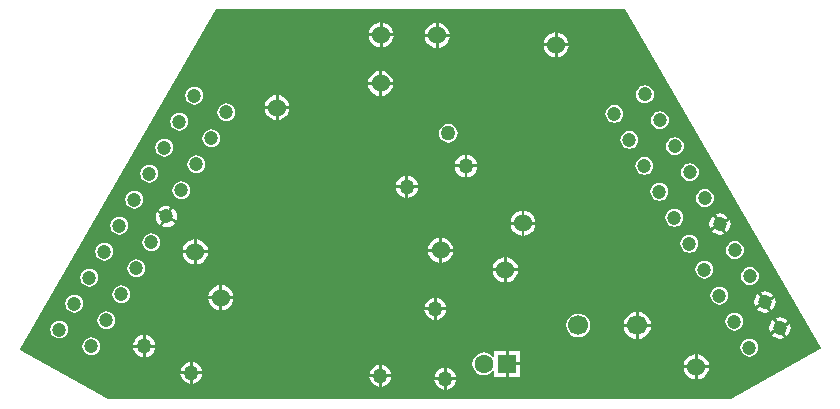
<source format=gbl>
%FSLAX44Y44*%
%MOMM*%
G71*
G01*
G75*
G04 Layer_Physical_Order=2*
G04 Layer_Color=16711680*
%ADD10R,0.7000X0.9000*%
%ADD11R,0.8000X1.4000*%
%ADD12O,1.4000X0.3500*%
%ADD13R,0.8000X0.9000*%
%ADD14O,1.4500X0.6000*%
%ADD15C,0.5000*%
%ADD16C,0.2540*%
%ADD17C,0.2500*%
%ADD18C,0.4000*%
%ADD19C,1.5240*%
%ADD20C,1.6000*%
%ADD21R,1.6000X1.6000*%
%ADD22C,1.7000*%
%ADD23C,1.2000*%
%ADD24C,1.2700*%
G36*
X712700Y68557D02*
X712362Y67333D01*
X636507Y25000D01*
X109800D01*
X35231Y66616D01*
X34894Y67840D01*
X200728Y355300D01*
X547133D01*
X712700Y68557D01*
D02*
G37*
%LPC*%
G36*
X215547Y109750D02*
X206250D01*
Y100453D01*
X207772Y100653D01*
X210356Y101723D01*
X212574Y103426D01*
X214277Y105644D01*
X215347Y108228D01*
X215547Y109750D01*
D02*
G37*
G36*
X385338Y110866D02*
X384147Y110709D01*
X381873Y109767D01*
X379920Y108268D01*
X378421Y106315D01*
X377479Y104041D01*
X377322Y102850D01*
X385338D01*
Y110866D01*
D02*
G37*
G36*
X673885Y110665D02*
X667249Y106833D01*
X671080Y100197D01*
X671960Y100872D01*
X673403Y102752D01*
X674310Y104941D01*
X674619Y107290D01*
X674310Y109640D01*
X673885Y110665D01*
D02*
G37*
G36*
X203750Y109750D02*
X194453D01*
X194653Y108228D01*
X195723Y105644D01*
X197426Y103426D01*
X199644Y101723D01*
X202228Y100653D01*
X203750Y100453D01*
Y109750D01*
D02*
G37*
G36*
X627004Y120203D02*
X625047Y119945D01*
X623222Y119190D01*
X621655Y117987D01*
X620453Y116421D01*
X619697Y114596D01*
X619440Y112639D01*
X619697Y110681D01*
X620453Y108856D01*
X621655Y107289D01*
X623222Y106087D01*
X625047Y105331D01*
X627004Y105074D01*
X628962Y105331D01*
X630787Y106087D01*
X632353Y107289D01*
X633556Y108856D01*
X634311Y110681D01*
X634569Y112638D01*
X634311Y114596D01*
X633556Y116421D01*
X632353Y117987D01*
X630787Y119190D01*
X628962Y119945D01*
X627004Y120203D01*
D02*
G37*
G36*
X120756Y121416D02*
X118798Y121158D01*
X116973Y120402D01*
X115407Y119200D01*
X114204Y117633D01*
X113449Y115809D01*
X113191Y113851D01*
X113449Y111893D01*
X114204Y110069D01*
X115407Y108502D01*
X116973Y107300D01*
X118798Y106544D01*
X120756Y106286D01*
X122713Y106544D01*
X124538Y107300D01*
X126105Y108502D01*
X127307Y110069D01*
X128063Y111893D01*
X128320Y113851D01*
X128063Y115809D01*
X127307Y117633D01*
X126105Y119200D01*
X124538Y120402D01*
X122713Y121158D01*
X120756Y121416D01*
D02*
G37*
G36*
X387838Y110866D02*
Y102850D01*
X395854D01*
X395697Y104041D01*
X394755Y106315D01*
X393256Y108268D01*
X391303Y109767D01*
X389029Y110709D01*
X387838Y110866D01*
D02*
G37*
G36*
X660002Y114384D02*
X659122Y113709D01*
X657680Y111829D01*
X656773Y109640D01*
X656464Y107290D01*
X656773Y104941D01*
X657197Y103917D01*
X663834Y107748D01*
X660002Y114384D01*
D02*
G37*
G36*
X556250Y98935D02*
X554498Y98704D01*
X551700Y97545D01*
X549298Y95702D01*
X547455Y93300D01*
X546296Y90502D01*
X546065Y88750D01*
X556250D01*
Y98935D01*
D02*
G37*
G36*
X558750D02*
Y88750D01*
X568935D01*
X568704Y90502D01*
X567545Y93300D01*
X565702Y95702D01*
X563300Y97545D01*
X560502Y98704D01*
X558750Y98935D01*
D02*
G37*
G36*
X108056Y99418D02*
X106098Y99161D01*
X104273Y98405D01*
X102707Y97203D01*
X101504Y95636D01*
X100749Y93812D01*
X100491Y91854D01*
X100749Y89896D01*
X101504Y88071D01*
X102707Y86505D01*
X104273Y85303D01*
X106098Y84547D01*
X108056Y84289D01*
X110014Y84547D01*
X111838Y85303D01*
X113405Y86505D01*
X114607Y88071D01*
X115363Y89896D01*
X115620Y91854D01*
X115363Y93812D01*
X114607Y95636D01*
X113405Y97203D01*
X111838Y98405D01*
X110014Y99161D01*
X108056Y99418D01*
D02*
G37*
G36*
X678241Y94371D02*
X675892Y94062D01*
X674867Y93637D01*
X678699Y87001D01*
X685335Y90833D01*
X684660Y91712D01*
X682780Y93155D01*
X680591Y94062D01*
X678241Y94371D01*
D02*
G37*
G36*
X665084Y105583D02*
X658447Y101751D01*
X659122Y100872D01*
X661003Y99429D01*
X663192Y98522D01*
X665541Y98213D01*
X667891Y98522D01*
X668915Y98947D01*
X665084Y105583D01*
D02*
G37*
G36*
X80769Y113556D02*
X78811Y113298D01*
X76986Y112543D01*
X75420Y111340D01*
X74218Y109774D01*
X73462Y107949D01*
X73204Y105991D01*
X73462Y104033D01*
X74217Y102209D01*
X75420Y100642D01*
X76986Y99440D01*
X78811Y98685D01*
X80769Y98427D01*
X82727Y98685D01*
X84551Y99440D01*
X86118Y100642D01*
X87320Y102209D01*
X88076Y104033D01*
X88333Y105991D01*
X88076Y107949D01*
X87320Y109774D01*
X86118Y111341D01*
X84551Y112543D01*
X82727Y113298D01*
X80769Y113556D01*
D02*
G37*
G36*
X385338Y100350D02*
X377322D01*
X377479Y99159D01*
X378421Y96885D01*
X379920Y94931D01*
X381873Y93433D01*
X384147Y92491D01*
X385338Y92334D01*
Y100350D01*
D02*
G37*
G36*
X395854D02*
X387838D01*
Y92334D01*
X389029Y92491D01*
X391303Y93433D01*
X393256Y94931D01*
X394755Y96885D01*
X395697Y99159D01*
X395854Y100350D01*
D02*
G37*
G36*
X665541Y116368D02*
X663192Y116059D01*
X662167Y115634D01*
X665999Y108998D01*
X672635Y112830D01*
X671960Y113709D01*
X670080Y115152D01*
X667891Y116059D01*
X665541Y116368D01*
D02*
G37*
G36*
X182138Y148610D02*
X172841D01*
X173041Y147088D01*
X174111Y144504D01*
X175814Y142286D01*
X178032Y140583D01*
X180616Y139513D01*
X182138Y139313D01*
Y148610D01*
D02*
G37*
G36*
X193935D02*
X184638D01*
Y139313D01*
X186160Y139513D01*
X188744Y140583D01*
X190962Y142286D01*
X192665Y144504D01*
X193735Y147088D01*
X193935Y148610D01*
D02*
G37*
G36*
X444520Y145167D02*
X442998Y144967D01*
X440414Y143897D01*
X438196Y142194D01*
X436493Y139976D01*
X435423Y137392D01*
X435223Y135870D01*
X444520D01*
Y145167D01*
D02*
G37*
G36*
X447020D02*
Y135870D01*
X456317D01*
X456117Y137392D01*
X455047Y139976D01*
X453344Y142194D01*
X451126Y143897D01*
X448542Y144967D01*
X447020Y145167D01*
D02*
G37*
G36*
X106169Y157550D02*
X104211Y157292D01*
X102386Y156537D01*
X100820Y155335D01*
X99618Y153768D01*
X98862Y151943D01*
X98604Y149986D01*
X98862Y148028D01*
X99617Y146203D01*
X100820Y144636D01*
X102386Y143434D01*
X104211Y142678D01*
X106169Y142421D01*
X108127Y142678D01*
X109951Y143434D01*
X111518Y144636D01*
X112720Y146203D01*
X113476Y148028D01*
X113733Y149986D01*
X113476Y151943D01*
X112720Y153768D01*
X111518Y155335D01*
X109951Y156537D01*
X108127Y157292D01*
X106169Y157550D01*
D02*
G37*
G36*
X640141Y158849D02*
X638184Y158591D01*
X636359Y157836D01*
X634792Y156634D01*
X633590Y155067D01*
X632834Y153243D01*
X632577Y151285D01*
X632834Y149327D01*
X633590Y147502D01*
X634792Y145935D01*
X636359Y144733D01*
X638184Y143978D01*
X640141Y143720D01*
X642099Y143978D01*
X643924Y144733D01*
X645490Y145935D01*
X646693Y147502D01*
X647448Y149327D01*
X647706Y151285D01*
X647448Y153243D01*
X646693Y155067D01*
X645490Y156634D01*
X643924Y157836D01*
X642099Y158591D01*
X640141Y158849D01*
D02*
G37*
G36*
X389656Y149880D02*
X380359D01*
X380559Y148358D01*
X381629Y145774D01*
X383332Y143556D01*
X385550Y141853D01*
X388134Y140783D01*
X389656Y140583D01*
Y149880D01*
D02*
G37*
G36*
X401453D02*
X392156D01*
Y140583D01*
X393678Y140783D01*
X396262Y141853D01*
X398480Y143556D01*
X400183Y145774D01*
X401253Y148358D01*
X401453Y149880D01*
D02*
G37*
G36*
X93469Y135553D02*
X91511Y135295D01*
X89686Y134540D01*
X88120Y133337D01*
X86917Y131771D01*
X86162Y129946D01*
X85904Y127988D01*
X86162Y126031D01*
X86917Y124206D01*
X88120Y122639D01*
X89686Y121437D01*
X91511Y120681D01*
X93469Y120424D01*
X95427Y120681D01*
X97251Y121437D01*
X98818Y122639D01*
X100020Y124206D01*
X100776Y126031D01*
X101033Y127988D01*
X100776Y129946D01*
X100020Y131771D01*
X98818Y133337D01*
X97251Y134540D01*
X95427Y135295D01*
X93469Y135553D01*
D02*
G37*
G36*
X652841Y136852D02*
X650883Y136594D01*
X649059Y135839D01*
X647492Y134637D01*
X646290Y133070D01*
X645534Y131245D01*
X645277Y129288D01*
X645534Y127330D01*
X646290Y125505D01*
X647492Y123939D01*
X649059Y122736D01*
X650883Y121981D01*
X652841Y121723D01*
X654799Y121981D01*
X656624Y122736D01*
X658190Y123939D01*
X659393Y125505D01*
X660148Y127330D01*
X660406Y129288D01*
X660148Y131245D01*
X659393Y133070D01*
X658190Y134637D01*
X656624Y135839D01*
X654799Y136594D01*
X652841Y136852D01*
D02*
G37*
G36*
X203750Y121547D02*
X202228Y121347D01*
X199644Y120277D01*
X197426Y118574D01*
X195723Y116356D01*
X194653Y113772D01*
X194453Y112250D01*
X203750D01*
Y121547D01*
D02*
G37*
G36*
X206250D02*
Y112250D01*
X215547D01*
X215347Y113772D01*
X214277Y116356D01*
X212574Y118574D01*
X210356Y120277D01*
X207772Y121347D01*
X206250Y121547D01*
D02*
G37*
G36*
X614304Y142200D02*
X612346Y141942D01*
X610522Y141187D01*
X608955Y139985D01*
X607753Y138418D01*
X606997Y136593D01*
X606740Y134635D01*
X606997Y132678D01*
X607753Y130853D01*
X608955Y129286D01*
X610522Y128084D01*
X612346Y127329D01*
X614304Y127071D01*
X616262Y127329D01*
X618087Y128084D01*
X619653Y129286D01*
X620856Y130853D01*
X621611Y132678D01*
X621869Y134635D01*
X621611Y136593D01*
X620856Y138418D01*
X619653Y139985D01*
X618087Y141187D01*
X616262Y141942D01*
X614304Y142200D01*
D02*
G37*
G36*
X133456Y143413D02*
X131498Y143155D01*
X129673Y142399D01*
X128107Y141197D01*
X126904Y139630D01*
X126149Y137806D01*
X125891Y135848D01*
X126149Y133890D01*
X126904Y132066D01*
X128107Y130499D01*
X129673Y129297D01*
X131498Y128541D01*
X133456Y128283D01*
X135414Y128541D01*
X137238Y129297D01*
X138805Y130499D01*
X140007Y132066D01*
X140763Y133890D01*
X141020Y135848D01*
X140763Y137806D01*
X140007Y139630D01*
X138805Y141197D01*
X137238Y142399D01*
X135414Y143155D01*
X133456Y143413D01*
D02*
G37*
G36*
X444520Y133370D02*
X435223D01*
X435423Y131848D01*
X436493Y129264D01*
X438196Y127046D01*
X440414Y125343D01*
X442998Y124273D01*
X444520Y124073D01*
Y133370D01*
D02*
G37*
G36*
X456317D02*
X447020D01*
Y124073D01*
X448542Y124273D01*
X451126Y125343D01*
X453344Y127046D01*
X455047Y129264D01*
X456117Y131848D01*
X456317Y133370D01*
D02*
G37*
G36*
X458500Y53750D02*
X448750D01*
Y44000D01*
X458500D01*
Y53750D01*
D02*
G37*
G36*
X338750Y54266D02*
X337559Y54109D01*
X335285Y53167D01*
X333331Y51669D01*
X331833Y49715D01*
X330891Y47441D01*
X330734Y46250D01*
X338750D01*
Y54266D01*
D02*
G37*
G36*
X393750Y51766D02*
X392559Y51609D01*
X390285Y50667D01*
X388331Y49169D01*
X386833Y47215D01*
X385891Y44941D01*
X385734Y43750D01*
X393750D01*
Y51766D01*
D02*
G37*
G36*
X396250D02*
Y43750D01*
X404266D01*
X404109Y44941D01*
X403167Y47215D01*
X401669Y49169D01*
X399715Y50667D01*
X397441Y51609D01*
X396250Y51766D01*
D02*
G37*
G36*
X181250Y56766D02*
Y48750D01*
X189266D01*
X189109Y49941D01*
X188167Y52215D01*
X186668Y54169D01*
X184715Y55667D01*
X182441Y56609D01*
X181250Y56766D01*
D02*
G37*
G36*
X606250Y63047D02*
X604728Y62847D01*
X602144Y61777D01*
X599926Y60074D01*
X598223Y57856D01*
X597153Y55272D01*
X596953Y53750D01*
X606250D01*
Y63047D01*
D02*
G37*
G36*
X341250Y54266D02*
Y46250D01*
X349266D01*
X349109Y47441D01*
X348167Y49715D01*
X346669Y51669D01*
X344715Y53167D01*
X342441Y54109D01*
X341250Y54266D01*
D02*
G37*
G36*
X178750Y56766D02*
X177559Y56609D01*
X175285Y55667D01*
X173332Y54169D01*
X171833Y52215D01*
X170891Y49941D01*
X170734Y48750D01*
X178750D01*
Y56766D01*
D02*
G37*
G36*
X338750Y43750D02*
X330734D01*
X330891Y42559D01*
X331833Y40285D01*
X333331Y38331D01*
X335285Y36833D01*
X337559Y35891D01*
X338750Y35734D01*
Y43750D01*
D02*
G37*
G36*
X349266D02*
X341250D01*
Y35734D01*
X342441Y35891D01*
X344715Y36833D01*
X346669Y38331D01*
X348167Y40285D01*
X349109Y42559D01*
X349266Y43750D01*
D02*
G37*
G36*
X393750Y41250D02*
X385734D01*
X385891Y40059D01*
X386833Y37785D01*
X388331Y35831D01*
X390285Y34333D01*
X392559Y33391D01*
X393750Y33234D01*
Y41250D01*
D02*
G37*
G36*
X404266D02*
X396250D01*
Y33234D01*
X397441Y33391D01*
X399715Y34333D01*
X401669Y35831D01*
X403167Y37785D01*
X404109Y40059D01*
X404266Y41250D01*
D02*
G37*
G36*
X606250Y51250D02*
X596953D01*
X597153Y49728D01*
X598223Y47144D01*
X599926Y44926D01*
X602144Y43223D01*
X604728Y42153D01*
X606250Y41953D01*
Y51250D01*
D02*
G37*
G36*
X618047D02*
X608750D01*
Y41953D01*
X610272Y42153D01*
X612856Y43223D01*
X615074Y44926D01*
X616777Y47144D01*
X617847Y49728D01*
X618047Y51250D01*
D02*
G37*
G36*
X178750Y46250D02*
X170734D01*
X170891Y45059D01*
X171833Y42785D01*
X173332Y40831D01*
X175285Y39333D01*
X177559Y38391D01*
X178750Y38234D01*
Y46250D01*
D02*
G37*
G36*
X189266D02*
X181250D01*
Y38234D01*
X182441Y38391D01*
X184715Y39333D01*
X186668Y40831D01*
X188167Y42785D01*
X189109Y45059D01*
X189266Y46250D01*
D02*
G37*
G36*
X608750Y63047D02*
Y53750D01*
X618047D01*
X617847Y55272D01*
X616777Y57856D01*
X615074Y60074D01*
X612856Y61777D01*
X610272Y62847D01*
X608750Y63047D01*
D02*
G37*
G36*
X677784Y83586D02*
X671147Y79754D01*
X671823Y78875D01*
X673703Y77432D01*
X675892Y76525D01*
X678241Y76216D01*
X680591Y76525D01*
X681615Y76950D01*
X677784Y83586D01*
D02*
G37*
G36*
X68069Y91559D02*
X66111Y91301D01*
X64286Y90546D01*
X62720Y89343D01*
X61518Y87777D01*
X60762Y85952D01*
X60504Y83994D01*
X60762Y82037D01*
X61517Y80212D01*
X62720Y78645D01*
X64286Y77443D01*
X66111Y76687D01*
X68069Y76430D01*
X70027Y76687D01*
X71851Y77443D01*
X73418Y78645D01*
X74620Y80212D01*
X75376Y82036D01*
X75633Y83994D01*
X75376Y85952D01*
X74620Y87777D01*
X73418Y89343D01*
X71851Y90546D01*
X70027Y91301D01*
X68069Y91559D01*
D02*
G37*
G36*
X556250Y86250D02*
X546065D01*
X546296Y84498D01*
X547455Y81700D01*
X549298Y79298D01*
X551700Y77455D01*
X554498Y76296D01*
X556250Y76065D01*
Y86250D01*
D02*
G37*
G36*
X568935D02*
X558750D01*
Y76065D01*
X560502Y76296D01*
X563300Y77455D01*
X565702Y79298D01*
X567545Y81700D01*
X568704Y84498D01*
X568935Y86250D01*
D02*
G37*
G36*
X672702Y92387D02*
X671823Y91712D01*
X670380Y89832D01*
X669473Y87643D01*
X669164Y85294D01*
X669473Y82944D01*
X669897Y81919D01*
X676534Y85751D01*
X672702Y92387D01*
D02*
G37*
G36*
X639704Y98206D02*
X637747Y97948D01*
X635922Y97193D01*
X634355Y95990D01*
X633153Y94424D01*
X632397Y92599D01*
X632140Y90641D01*
X632397Y88684D01*
X633153Y86859D01*
X634355Y85292D01*
X635922Y84090D01*
X637747Y83335D01*
X639704Y83077D01*
X641662Y83335D01*
X643487Y84090D01*
X645053Y85292D01*
X646256Y86859D01*
X647011Y88684D01*
X647269Y90641D01*
X647011Y92599D01*
X646256Y94424D01*
X645053Y95990D01*
X643487Y97193D01*
X641662Y97948D01*
X639704Y98206D01*
D02*
G37*
G36*
X507500Y97586D02*
X504889Y97243D01*
X502457Y96235D01*
X500368Y94632D01*
X498765Y92543D01*
X497757Y90111D01*
X497414Y87500D01*
X497757Y84889D01*
X498765Y82457D01*
X500368Y80368D01*
X502457Y78765D01*
X504889Y77757D01*
X507500Y77414D01*
X510111Y77757D01*
X512543Y78765D01*
X514632Y80368D01*
X516235Y82457D01*
X517243Y84889D01*
X517586Y87500D01*
X517243Y90111D01*
X516235Y92543D01*
X514632Y94632D01*
X512543Y96235D01*
X510111Y97243D01*
X507500Y97586D01*
D02*
G37*
G36*
X686585Y88667D02*
X679949Y84836D01*
X683780Y78200D01*
X684660Y78875D01*
X686103Y80755D01*
X687010Y82944D01*
X687319Y85293D01*
X687010Y87643D01*
X686585Y88667D01*
D02*
G37*
G36*
X138750Y68750D02*
X130734D01*
X130891Y67559D01*
X131833Y65285D01*
X133331Y63331D01*
X135285Y61833D01*
X137559Y60891D01*
X138750Y60734D01*
Y68750D01*
D02*
G37*
G36*
X149266D02*
X141250D01*
Y60734D01*
X142441Y60891D01*
X144715Y61833D01*
X146669Y63331D01*
X148167Y65285D01*
X149109Y67559D01*
X149266Y68750D01*
D02*
G37*
G36*
X458500Y66000D02*
X448750D01*
Y56250D01*
X458500D01*
Y66000D01*
D02*
G37*
G36*
X446250D02*
X436500D01*
Y60963D01*
X435230Y60531D01*
X434275Y61775D01*
X432291Y63298D01*
X429980Y64255D01*
X427500Y64582D01*
X425020Y64255D01*
X422709Y63298D01*
X420724Y61775D01*
X419202Y59791D01*
X418245Y57480D01*
X417918Y55000D01*
X418245Y52520D01*
X419202Y50209D01*
X420724Y48225D01*
X422709Y46702D01*
X425020Y45745D01*
X427500Y45418D01*
X429980Y45745D01*
X432291Y46702D01*
X434275Y48225D01*
X435230Y49469D01*
X436500Y49037D01*
Y44000D01*
X446250D01*
Y55000D01*
Y66000D01*
D02*
G37*
G36*
X138750Y79266D02*
X137559Y79109D01*
X135285Y78167D01*
X133331Y76669D01*
X131833Y74715D01*
X130891Y72441D01*
X130734Y71250D01*
X138750D01*
Y79266D01*
D02*
G37*
G36*
X141250D02*
Y71250D01*
X149266D01*
X149109Y72441D01*
X148167Y74715D01*
X146669Y76669D01*
X144715Y78167D01*
X142441Y79109D01*
X141250Y79266D01*
D02*
G37*
G36*
X652404Y76209D02*
X650446Y75951D01*
X648622Y75196D01*
X647055Y73993D01*
X645853Y72427D01*
X645097Y70602D01*
X644840Y68644D01*
X645097Y66686D01*
X645853Y64862D01*
X647055Y63295D01*
X648622Y62093D01*
X650446Y61337D01*
X652404Y61080D01*
X654362Y61337D01*
X656187Y62093D01*
X657753Y63295D01*
X658956Y64862D01*
X659711Y66687D01*
X659969Y68644D01*
X659711Y70602D01*
X658956Y72427D01*
X657753Y73993D01*
X656187Y75196D01*
X654362Y75951D01*
X652404Y76209D01*
D02*
G37*
G36*
X95356Y77421D02*
X93398Y77164D01*
X91573Y76408D01*
X90007Y75206D01*
X88804Y73639D01*
X88049Y71815D01*
X87791Y69857D01*
X88049Y67899D01*
X88804Y66074D01*
X90007Y64508D01*
X91573Y63306D01*
X93398Y62550D01*
X95356Y62292D01*
X97313Y62550D01*
X99138Y63306D01*
X100705Y64508D01*
X101907Y66074D01*
X102663Y67899D01*
X102920Y69857D01*
X102663Y71815D01*
X101907Y73639D01*
X100705Y75206D01*
X99138Y76408D01*
X97313Y77164D01*
X95356Y77421D01*
D02*
G37*
G36*
X209656Y275395D02*
X207698Y275137D01*
X205873Y274381D01*
X204307Y273179D01*
X203104Y271612D01*
X202349Y269788D01*
X202091Y267830D01*
X202349Y265872D01*
X203104Y264048D01*
X204307Y262481D01*
X205873Y261279D01*
X207698Y260523D01*
X209656Y260266D01*
X211614Y260523D01*
X213438Y261279D01*
X215005Y262481D01*
X216207Y264048D01*
X216963Y265872D01*
X217220Y267830D01*
X216963Y269788D01*
X216207Y271612D01*
X215005Y273179D01*
X213438Y274381D01*
X211614Y275137D01*
X209656Y275395D01*
D02*
G37*
G36*
X251250Y270750D02*
X241953D01*
X242153Y269228D01*
X243223Y266644D01*
X244926Y264426D01*
X247144Y262723D01*
X249728Y261653D01*
X251250Y261453D01*
Y270750D01*
D02*
G37*
G36*
X576641Y268834D02*
X574683Y268577D01*
X572859Y267821D01*
X571292Y266619D01*
X570090Y265052D01*
X569334Y263228D01*
X569077Y261270D01*
X569334Y259312D01*
X570090Y257487D01*
X571292Y255921D01*
X572859Y254719D01*
X574683Y253963D01*
X576641Y253705D01*
X578599Y253963D01*
X580424Y254719D01*
X581990Y255921D01*
X583193Y257487D01*
X583948Y259312D01*
X584206Y261270D01*
X583948Y263228D01*
X583193Y265052D01*
X581990Y266619D01*
X580424Y267821D01*
X578599Y268577D01*
X576641Y268834D01*
D02*
G37*
G36*
X538104Y274182D02*
X536147Y273925D01*
X534322Y273169D01*
X532755Y271967D01*
X531553Y270400D01*
X530797Y268576D01*
X530540Y266618D01*
X530797Y264660D01*
X531553Y262835D01*
X532755Y261269D01*
X534322Y260067D01*
X536147Y259311D01*
X538104Y259053D01*
X540062Y259311D01*
X541887Y260067D01*
X543453Y261269D01*
X544656Y262835D01*
X545411Y264660D01*
X545669Y266618D01*
X545411Y268576D01*
X544656Y270400D01*
X543453Y271967D01*
X541887Y273169D01*
X540062Y273925D01*
X538104Y274182D01*
D02*
G37*
G36*
X253750Y282547D02*
Y273250D01*
X263047D01*
X262847Y274772D01*
X261777Y277356D01*
X260074Y279574D01*
X257856Y281277D01*
X255272Y282347D01*
X253750Y282547D01*
D02*
G37*
G36*
X182369Y289533D02*
X180411Y289275D01*
X178586Y288519D01*
X177020Y287317D01*
X175818Y285750D01*
X175062Y283926D01*
X174804Y281968D01*
X175062Y280010D01*
X175817Y278185D01*
X177020Y276619D01*
X178586Y275417D01*
X180411Y274661D01*
X182369Y274403D01*
X184327Y274661D01*
X186151Y275417D01*
X187718Y276619D01*
X188920Y278185D01*
X189676Y280010D01*
X189933Y281968D01*
X189676Y283926D01*
X188920Y285750D01*
X187718Y287317D01*
X186151Y288519D01*
X184327Y289275D01*
X182369Y289533D01*
D02*
G37*
G36*
X263047Y270750D02*
X253750D01*
Y261453D01*
X255272Y261653D01*
X257856Y262723D01*
X260074Y264426D01*
X261777Y266644D01*
X262847Y269228D01*
X263047Y270750D01*
D02*
G37*
G36*
X251250Y282547D02*
X249728Y282347D01*
X247144Y281277D01*
X244926Y279574D01*
X243223Y277356D01*
X242153Y274772D01*
X241953Y273250D01*
X251250D01*
Y282547D01*
D02*
G37*
G36*
X156969Y245538D02*
X155011Y245281D01*
X153186Y244525D01*
X151620Y243323D01*
X150417Y241756D01*
X149662Y239932D01*
X149404Y237974D01*
X149662Y236016D01*
X150417Y234191D01*
X151620Y232625D01*
X153186Y231422D01*
X155011Y230667D01*
X156969Y230409D01*
X158927Y230667D01*
X160751Y231422D01*
X162318Y232625D01*
X163520Y234191D01*
X164276Y236016D01*
X164533Y237974D01*
X164276Y239932D01*
X163520Y241756D01*
X162318Y243323D01*
X160751Y244525D01*
X158927Y245281D01*
X156969Y245538D01*
D02*
G37*
G36*
X589341Y246838D02*
X587383Y246580D01*
X585559Y245824D01*
X583992Y244622D01*
X582790Y243055D01*
X582034Y241231D01*
X581777Y239273D01*
X582034Y237315D01*
X582790Y235490D01*
X583992Y233924D01*
X585559Y232722D01*
X587383Y231966D01*
X589341Y231708D01*
X591299Y231966D01*
X593124Y232722D01*
X594690Y233924D01*
X595893Y235490D01*
X596648Y237315D01*
X596906Y239273D01*
X596648Y241231D01*
X595893Y243055D01*
X594690Y244622D01*
X593124Y245824D01*
X591299Y246580D01*
X589341Y246838D01*
D02*
G37*
G36*
X411250Y231766D02*
X410059Y231609D01*
X407785Y230667D01*
X405831Y229168D01*
X404333Y227215D01*
X403391Y224941D01*
X403234Y223750D01*
X411250D01*
Y231766D01*
D02*
G37*
G36*
X413750D02*
Y223750D01*
X421766D01*
X421609Y224941D01*
X420667Y227215D01*
X419169Y229168D01*
X417215Y230667D01*
X414941Y231609D01*
X413750Y231766D01*
D02*
G37*
G36*
X397500Y258168D02*
X395451Y257898D01*
X393541Y257107D01*
X391901Y255849D01*
X390643Y254209D01*
X389852Y252299D01*
X389582Y250250D01*
X389852Y248201D01*
X390643Y246291D01*
X391901Y244651D01*
X393541Y243393D01*
X395451Y242602D01*
X397500Y242332D01*
X399549Y242602D01*
X401459Y243393D01*
X403099Y244651D01*
X404357Y246291D01*
X405148Y248201D01*
X405418Y250250D01*
X405148Y252299D01*
X404357Y254209D01*
X403099Y255849D01*
X401459Y257107D01*
X399549Y257898D01*
X397500Y258168D01*
D02*
G37*
G36*
X169669Y267535D02*
X167711Y267278D01*
X165886Y266522D01*
X164320Y265320D01*
X163118Y263753D01*
X162362Y261929D01*
X162104Y259971D01*
X162362Y258013D01*
X163117Y256188D01*
X164320Y254622D01*
X165886Y253419D01*
X167711Y252664D01*
X169669Y252406D01*
X171627Y252664D01*
X173451Y253419D01*
X175018Y254622D01*
X176220Y256188D01*
X176976Y258013D01*
X177233Y259971D01*
X176976Y261929D01*
X176220Y263753D01*
X175018Y265320D01*
X173451Y266522D01*
X171627Y267278D01*
X169669Y267535D01*
D02*
G37*
G36*
X550804Y252185D02*
X548847Y251928D01*
X547022Y251172D01*
X545455Y249970D01*
X544253Y248403D01*
X543497Y246579D01*
X543240Y244621D01*
X543497Y242663D01*
X544253Y240838D01*
X545455Y239272D01*
X547022Y238069D01*
X548847Y237314D01*
X550804Y237056D01*
X552762Y237314D01*
X554587Y238069D01*
X556153Y239272D01*
X557356Y240838D01*
X558111Y242663D01*
X558369Y244621D01*
X558111Y246579D01*
X557356Y248403D01*
X556153Y249970D01*
X554587Y251172D01*
X552762Y251928D01*
X550804Y252185D01*
D02*
G37*
G36*
X196956Y253398D02*
X194998Y253140D01*
X193173Y252384D01*
X191607Y251182D01*
X190404Y249615D01*
X189649Y247791D01*
X189391Y245833D01*
X189649Y243875D01*
X190404Y242051D01*
X191607Y240484D01*
X193173Y239282D01*
X194998Y238526D01*
X196956Y238268D01*
X198913Y238526D01*
X200738Y239282D01*
X202305Y240484D01*
X203507Y242051D01*
X204263Y243875D01*
X204520Y245833D01*
X204263Y247791D01*
X203507Y249615D01*
X202305Y251182D01*
X200738Y252384D01*
X198913Y253140D01*
X196956Y253398D01*
D02*
G37*
G36*
X563941Y290832D02*
X561983Y290574D01*
X560159Y289818D01*
X558592Y288616D01*
X557390Y287049D01*
X556634Y285225D01*
X556377Y283267D01*
X556634Y281309D01*
X557390Y279485D01*
X558592Y277918D01*
X560159Y276716D01*
X561983Y275960D01*
X563941Y275702D01*
X565899Y275960D01*
X567724Y276716D01*
X569290Y277918D01*
X570493Y279485D01*
X571248Y281309D01*
X571506Y283267D01*
X571248Y285225D01*
X570493Y287049D01*
X569290Y288616D01*
X567724Y289818D01*
X565899Y290574D01*
X563941Y290832D01*
D02*
G37*
G36*
X487500Y335547D02*
X485978Y335347D01*
X483394Y334277D01*
X481176Y332574D01*
X479473Y330356D01*
X478403Y327772D01*
X478203Y326250D01*
X487500D01*
Y335547D01*
D02*
G37*
G36*
X490000D02*
Y326250D01*
X499297D01*
X499097Y327772D01*
X498027Y330356D01*
X496324Y332574D01*
X494106Y334277D01*
X491522Y335347D01*
X490000Y335547D01*
D02*
G37*
G36*
X339364Y332252D02*
X330067D01*
X330267Y330730D01*
X331337Y328146D01*
X333040Y325928D01*
X335258Y324225D01*
X337842Y323155D01*
X339364Y322955D01*
Y332252D01*
D02*
G37*
G36*
X351161D02*
X341864D01*
Y322955D01*
X343386Y323155D01*
X345970Y324225D01*
X348188Y325928D01*
X349891Y328146D01*
X350961Y330730D01*
X351161Y332252D01*
D02*
G37*
G36*
X339364Y344049D02*
X337842Y343849D01*
X335258Y342779D01*
X333040Y341076D01*
X331337Y338858D01*
X330267Y336274D01*
X330067Y334752D01*
X339364D01*
Y344049D01*
D02*
G37*
G36*
X341864D02*
Y334752D01*
X351161D01*
X350961Y336274D01*
X349891Y338858D01*
X348188Y341076D01*
X345970Y342779D01*
X343386Y343849D01*
X341864Y344049D01*
D02*
G37*
G36*
X386862Y343541D02*
X385340Y343341D01*
X382756Y342271D01*
X380538Y340568D01*
X378835Y338350D01*
X377765Y335766D01*
X377565Y334244D01*
X386862D01*
Y343541D01*
D02*
G37*
G36*
X389362D02*
Y334244D01*
X398659D01*
X398459Y335766D01*
X397389Y338350D01*
X395686Y340568D01*
X393468Y342271D01*
X390884Y343341D01*
X389362Y343541D01*
D02*
G37*
G36*
X338856Y302901D02*
X337334Y302701D01*
X334750Y301631D01*
X332532Y299928D01*
X330829Y297710D01*
X329759Y295126D01*
X329559Y293604D01*
X338856D01*
Y302901D01*
D02*
G37*
G36*
X341356D02*
Y293604D01*
X350653D01*
X350453Y295126D01*
X349383Y297710D01*
X347680Y299928D01*
X345462Y301631D01*
X342878Y302701D01*
X341356Y302901D01*
D02*
G37*
G36*
X338856Y291104D02*
X329559D01*
X329759Y289582D01*
X330829Y286998D01*
X332532Y284780D01*
X334750Y283077D01*
X337334Y282007D01*
X338856Y281807D01*
Y291104D01*
D02*
G37*
G36*
X350653D02*
X341356D01*
Y281807D01*
X342878Y282007D01*
X345462Y283077D01*
X347680Y284780D01*
X349383Y286998D01*
X350453Y289582D01*
X350653Y291104D01*
D02*
G37*
G36*
X386862Y331744D02*
X377565D01*
X377765Y330222D01*
X378835Y327638D01*
X380538Y325420D01*
X382756Y323717D01*
X385340Y322647D01*
X386862Y322447D01*
Y331744D01*
D02*
G37*
G36*
X398659D02*
X389362D01*
Y322447D01*
X390884Y322647D01*
X393468Y323717D01*
X395686Y325420D01*
X397389Y327638D01*
X398459Y330222D01*
X398659Y331744D01*
D02*
G37*
G36*
X487500Y323750D02*
X478203D01*
X478403Y322228D01*
X479473Y319644D01*
X481176Y317426D01*
X483394Y315723D01*
X485978Y314653D01*
X487500Y314453D01*
Y323750D01*
D02*
G37*
G36*
X499297D02*
X490000D01*
Y314453D01*
X491522Y314653D01*
X494106Y315723D01*
X496324Y317426D01*
X498027Y319644D01*
X499097Y322228D01*
X499297Y323750D01*
D02*
G37*
G36*
X184256Y231401D02*
X182298Y231143D01*
X180473Y230387D01*
X178907Y229185D01*
X177704Y227618D01*
X176949Y225794D01*
X176691Y223836D01*
X176949Y221878D01*
X177704Y220054D01*
X178907Y218487D01*
X180473Y217285D01*
X182298Y216529D01*
X184256Y216271D01*
X186213Y216529D01*
X188038Y217285D01*
X189605Y218487D01*
X190807Y220054D01*
X191563Y221878D01*
X191820Y223836D01*
X191563Y225794D01*
X190807Y227618D01*
X189605Y229185D01*
X188038Y230387D01*
X186213Y231143D01*
X184256Y231401D01*
D02*
G37*
G36*
X635785Y176656D02*
X629149Y172824D01*
X632980Y166188D01*
X633860Y166863D01*
X635303Y168743D01*
X636210Y170932D01*
X636519Y173282D01*
X636210Y175631D01*
X635785Y176656D01*
D02*
G37*
G36*
X621902Y180376D02*
X621022Y179701D01*
X619580Y177820D01*
X618673Y175631D01*
X618364Y173282D01*
X618673Y170932D01*
X619097Y169908D01*
X625734Y173739D01*
X621902Y180376D01*
D02*
G37*
G36*
X626984Y171574D02*
X620347Y167743D01*
X621022Y166863D01*
X622902Y165420D01*
X625092Y164513D01*
X627441Y164204D01*
X629791Y164513D01*
X630815Y164938D01*
X626984Y171574D01*
D02*
G37*
G36*
X118869Y179547D02*
X116911Y179289D01*
X115086Y178534D01*
X113520Y177332D01*
X112317Y175765D01*
X111562Y173940D01*
X111304Y171982D01*
X111562Y170025D01*
X112317Y168200D01*
X113520Y166633D01*
X115086Y165431D01*
X116911Y164676D01*
X118869Y164418D01*
X120827Y164676D01*
X122651Y165431D01*
X124218Y166633D01*
X125420Y168200D01*
X126176Y170025D01*
X126433Y171983D01*
X126176Y173940D01*
X125420Y175765D01*
X124218Y177332D01*
X122651Y178534D01*
X120827Y179289D01*
X118869Y179547D01*
D02*
G37*
G36*
X150512Y183216D02*
X150087Y182191D01*
X149778Y179842D01*
X150087Y177493D01*
X150994Y175303D01*
X152437Y173423D01*
X153317Y172748D01*
X157148Y179384D01*
X150512Y183216D01*
D02*
G37*
G36*
X627441Y182359D02*
X625092Y182050D01*
X624067Y181625D01*
X627899Y174989D01*
X634535Y178821D01*
X633860Y179701D01*
X631980Y181143D01*
X629791Y182050D01*
X627441Y182359D01*
D02*
G37*
G36*
X159313Y178134D02*
X155482Y171498D01*
X156506Y171074D01*
X158856Y170764D01*
X161205Y171074D01*
X163395Y171980D01*
X165275Y173423D01*
X165950Y174303D01*
X159313Y178134D01*
D02*
G37*
G36*
X588904Y186194D02*
X586946Y185937D01*
X585122Y185181D01*
X583555Y183979D01*
X582353Y182412D01*
X581597Y180587D01*
X581340Y178630D01*
X581597Y176672D01*
X582353Y174847D01*
X583555Y173281D01*
X585122Y172078D01*
X586946Y171323D01*
X588904Y171065D01*
X590862Y171323D01*
X592687Y172078D01*
X594253Y173281D01*
X595456Y174847D01*
X596211Y176672D01*
X596469Y178629D01*
X596211Y180588D01*
X595456Y182412D01*
X594253Y183979D01*
X592687Y185181D01*
X590862Y185937D01*
X588904Y186194D01*
D02*
G37*
G36*
X182138Y160407D02*
X180616Y160207D01*
X178032Y159137D01*
X175814Y157434D01*
X174111Y155216D01*
X173041Y152632D01*
X172841Y151110D01*
X182138D01*
Y160407D01*
D02*
G37*
G36*
X184638D02*
Y151110D01*
X193935D01*
X193735Y152632D01*
X192665Y155216D01*
X190962Y157434D01*
X188744Y159137D01*
X186160Y160207D01*
X184638Y160407D01*
D02*
G37*
G36*
X601604Y164197D02*
X599646Y163939D01*
X597822Y163184D01*
X596255Y161982D01*
X595053Y160415D01*
X594297Y158590D01*
X594040Y156632D01*
X594297Y154675D01*
X595053Y152850D01*
X596255Y151284D01*
X597822Y150081D01*
X599646Y149326D01*
X601604Y149068D01*
X603562Y149326D01*
X605387Y150081D01*
X606953Y151284D01*
X608156Y152850D01*
X608911Y154675D01*
X609169Y156632D01*
X608911Y158590D01*
X608156Y160415D01*
X606953Y161982D01*
X605387Y163184D01*
X603562Y163939D01*
X601604Y164197D01*
D02*
G37*
G36*
X146156Y165410D02*
X144198Y165152D01*
X142373Y164396D01*
X140807Y163194D01*
X139604Y161627D01*
X138849Y159803D01*
X138591Y157845D01*
X138849Y155887D01*
X139604Y154063D01*
X140807Y152496D01*
X142373Y151294D01*
X144198Y150538D01*
X146156Y150280D01*
X148113Y150538D01*
X149938Y151294D01*
X151505Y152496D01*
X152707Y154063D01*
X153463Y155887D01*
X153720Y157845D01*
X153463Y159803D01*
X152707Y161627D01*
X151505Y163194D01*
X149938Y164396D01*
X148113Y165152D01*
X146156Y165410D01*
D02*
G37*
G36*
X459506Y172740D02*
X450209D01*
X450409Y171218D01*
X451479Y168634D01*
X453182Y166416D01*
X455400Y164713D01*
X457984Y163643D01*
X459506Y163443D01*
Y172740D01*
D02*
G37*
G36*
X471303D02*
X462006D01*
Y163443D01*
X463528Y163643D01*
X466112Y164713D01*
X468330Y166416D01*
X470033Y168634D01*
X471103Y171218D01*
X471303Y172740D01*
D02*
G37*
G36*
X389656Y161677D02*
X388134Y161477D01*
X385550Y160407D01*
X383332Y158704D01*
X381629Y156486D01*
X380559Y153902D01*
X380359Y152380D01*
X389656D01*
Y161677D01*
D02*
G37*
G36*
X392156D02*
Y152380D01*
X401453D01*
X401253Y153902D01*
X400183Y156486D01*
X398480Y158704D01*
X396262Y160407D01*
X393678Y161477D01*
X392156Y161677D01*
D02*
G37*
G36*
X459506Y184537D02*
X457984Y184337D01*
X455400Y183267D01*
X453182Y181564D01*
X451479Y179346D01*
X450409Y176762D01*
X450209Y175240D01*
X459506D01*
Y184537D01*
D02*
G37*
G36*
X363750Y214266D02*
Y206250D01*
X371766D01*
X371609Y207441D01*
X370667Y209715D01*
X369169Y211668D01*
X367215Y213167D01*
X364941Y214109D01*
X363750Y214266D01*
D02*
G37*
G36*
X144269Y223541D02*
X142311Y223284D01*
X140486Y222528D01*
X138920Y221326D01*
X137718Y219759D01*
X136962Y217934D01*
X136704Y215977D01*
X136962Y214019D01*
X137717Y212194D01*
X138920Y210628D01*
X140486Y209425D01*
X142311Y208670D01*
X144269Y208412D01*
X146227Y208670D01*
X148051Y209425D01*
X149618Y210628D01*
X150820Y212194D01*
X151576Y214019D01*
X151833Y215977D01*
X151576Y217934D01*
X150820Y219759D01*
X149618Y221326D01*
X148051Y222528D01*
X146227Y223284D01*
X144269Y223541D01*
D02*
G37*
G36*
X371766Y203750D02*
X363750D01*
Y195734D01*
X364941Y195891D01*
X367215Y196833D01*
X369169Y198332D01*
X370667Y200285D01*
X371609Y202559D01*
X371766Y203750D01*
D02*
G37*
G36*
X361250Y214266D02*
X360059Y214109D01*
X357785Y213167D01*
X355831Y211668D01*
X354333Y209715D01*
X353391Y207441D01*
X353234Y206250D01*
X361250D01*
Y214266D01*
D02*
G37*
G36*
X421766Y221250D02*
X413750D01*
Y213234D01*
X414941Y213391D01*
X417215Y214333D01*
X419169Y215832D01*
X420667Y217785D01*
X421609Y220059D01*
X421766Y221250D01*
D02*
G37*
G36*
X563504Y230188D02*
X561547Y229931D01*
X559722Y229175D01*
X558155Y227973D01*
X556953Y226406D01*
X556197Y224582D01*
X555940Y222624D01*
X556197Y220666D01*
X556953Y218841D01*
X558155Y217275D01*
X559722Y216072D01*
X561547Y215317D01*
X563504Y215059D01*
X565462Y215317D01*
X567287Y216072D01*
X568853Y217275D01*
X570056Y218841D01*
X570811Y220666D01*
X571069Y222624D01*
X570811Y224582D01*
X570056Y226406D01*
X568853Y227973D01*
X567287Y229175D01*
X565462Y229931D01*
X563504Y230188D01*
D02*
G37*
G36*
X602041Y224840D02*
X600084Y224583D01*
X598259Y223827D01*
X596692Y222625D01*
X595490Y221058D01*
X594734Y219234D01*
X594477Y217276D01*
X594734Y215318D01*
X595490Y213493D01*
X596692Y211927D01*
X598259Y210725D01*
X600084Y209969D01*
X602041Y209711D01*
X603999Y209969D01*
X605824Y210725D01*
X607390Y211927D01*
X608593Y213493D01*
X609348Y215318D01*
X609606Y217276D01*
X609348Y219234D01*
X608593Y221058D01*
X607390Y222625D01*
X605824Y223827D01*
X603999Y224583D01*
X602041Y224840D01*
D02*
G37*
G36*
X411250Y221250D02*
X403234D01*
X403391Y220059D01*
X404333Y217785D01*
X405831Y215832D01*
X407785Y214333D01*
X410059Y213391D01*
X411250Y213234D01*
Y221250D01*
D02*
G37*
G36*
X158856Y188920D02*
X156506Y188610D01*
X154317Y187703D01*
X152437Y186261D01*
X151762Y185381D01*
X158398Y181549D01*
X162230Y188186D01*
X161205Y188610D01*
X158856Y188920D01*
D02*
G37*
G36*
X131569Y201544D02*
X129611Y201287D01*
X127786Y200531D01*
X126220Y199329D01*
X125017Y197762D01*
X124262Y195938D01*
X124004Y193980D01*
X124262Y192022D01*
X125017Y190197D01*
X126220Y188631D01*
X127786Y187428D01*
X129611Y186673D01*
X131569Y186415D01*
X133527Y186673D01*
X135351Y187428D01*
X136918Y188631D01*
X138120Y190197D01*
X138876Y192022D01*
X139133Y193980D01*
X138876Y195938D01*
X138120Y197762D01*
X136918Y199329D01*
X135351Y200531D01*
X133527Y201287D01*
X131569Y201544D01*
D02*
G37*
G36*
X462006Y184537D02*
Y175240D01*
X471303D01*
X471103Y176762D01*
X470033Y179346D01*
X468330Y181564D01*
X466112Y183267D01*
X463528Y184337D01*
X462006Y184537D01*
D02*
G37*
G36*
X164395Y186936D02*
X160563Y180299D01*
X167200Y176468D01*
X167624Y177493D01*
X167933Y179842D01*
X167624Y182192D01*
X166717Y184381D01*
X165275Y186261D01*
X164395Y186936D01*
D02*
G37*
G36*
X171556Y209404D02*
X169598Y209146D01*
X167773Y208390D01*
X166207Y207188D01*
X165004Y205621D01*
X164249Y203797D01*
X163991Y201839D01*
X164249Y199881D01*
X165004Y198057D01*
X166207Y196490D01*
X167773Y195288D01*
X169598Y194532D01*
X171556Y194274D01*
X173514Y194532D01*
X175338Y195288D01*
X176905Y196490D01*
X178107Y198057D01*
X178863Y199881D01*
X179120Y201839D01*
X178863Y203797D01*
X178107Y205621D01*
X176905Y207188D01*
X175338Y208390D01*
X173514Y209146D01*
X171556Y209404D01*
D02*
G37*
G36*
X361250Y203750D02*
X353234D01*
X353391Y202559D01*
X354333Y200285D01*
X355831Y198332D01*
X357785Y196833D01*
X360059Y195891D01*
X361250Y195734D01*
Y203750D01*
D02*
G37*
G36*
X614741Y202843D02*
X612784Y202586D01*
X610959Y201830D01*
X609392Y200628D01*
X608190Y199061D01*
X607434Y197237D01*
X607177Y195279D01*
X607434Y193321D01*
X608190Y191496D01*
X609392Y189930D01*
X610959Y188727D01*
X612784Y187972D01*
X614741Y187714D01*
X616699Y187972D01*
X618524Y188727D01*
X620090Y189930D01*
X621293Y191496D01*
X622048Y193321D01*
X622306Y195279D01*
X622048Y197237D01*
X621293Y199061D01*
X620090Y200628D01*
X618524Y201830D01*
X616699Y202586D01*
X614741Y202843D01*
D02*
G37*
G36*
X576204Y208191D02*
X574246Y207934D01*
X572422Y207178D01*
X570855Y205976D01*
X569653Y204409D01*
X568897Y202584D01*
X568640Y200627D01*
X568897Y198669D01*
X569653Y196844D01*
X570855Y195278D01*
X572422Y194075D01*
X574246Y193320D01*
X576204Y193062D01*
X578162Y193320D01*
X579987Y194075D01*
X581553Y195278D01*
X582756Y196844D01*
X583511Y198669D01*
X583769Y200627D01*
X583511Y202584D01*
X582756Y204409D01*
X581553Y205976D01*
X579987Y207178D01*
X578162Y207934D01*
X576204Y208191D01*
D02*
G37*
%LPD*%
D19*
X390906Y151130D02*
D03*
X183388Y149860D02*
D03*
X388112Y332994D02*
D03*
X340614Y333502D02*
D03*
X460756Y173990D02*
D03*
X445770Y134620D02*
D03*
X252500Y272000D02*
D03*
X205000Y111000D02*
D03*
X488750Y325000D02*
D03*
X607500Y52500D02*
D03*
X340106Y292354D02*
D03*
D20*
X427500Y55000D02*
D03*
D21*
X447500D02*
D03*
D22*
X557500Y87500D02*
D03*
X507500D02*
D03*
D23*
X678241Y85294D02*
D03*
X665541Y107290D02*
D03*
X652841Y129288D02*
D03*
X640141Y151285D02*
D03*
X627441Y173282D02*
D03*
X614741Y195279D02*
D03*
X602041Y217276D02*
D03*
X589341Y239273D02*
D03*
X576641Y261270D02*
D03*
X563941Y283267D02*
D03*
X538104Y266618D02*
D03*
X550804Y244621D02*
D03*
X563504Y222624D02*
D03*
X576204Y200627D02*
D03*
X588904Y178630D02*
D03*
X601604Y156632D02*
D03*
X614304Y134635D02*
D03*
X627004Y112638D02*
D03*
X639704Y90641D02*
D03*
X652404Y68644D02*
D03*
X95356Y69857D02*
D03*
X108056Y91854D02*
D03*
X120756Y113851D02*
D03*
X133456Y135848D02*
D03*
X146156Y157845D02*
D03*
X158856Y179842D02*
D03*
X171556Y201839D02*
D03*
X184256Y223836D02*
D03*
X196956Y245833D02*
D03*
X209656Y267830D02*
D03*
X182369Y281968D02*
D03*
X169669Y259971D02*
D03*
X156969Y237974D02*
D03*
X144269Y215977D02*
D03*
X131569Y193980D02*
D03*
X118869Y171982D02*
D03*
X106169Y149986D02*
D03*
X93469Y127988D02*
D03*
X80769Y105991D02*
D03*
X68069Y83994D02*
D03*
D24*
X362500Y205000D02*
D03*
X412500Y222500D02*
D03*
X395000Y42500D02*
D03*
X340000Y45000D02*
D03*
X386588Y101600D02*
D03*
X140000Y70000D02*
D03*
X180000Y47500D02*
D03*
X397500Y250250D02*
D03*
M02*

</source>
